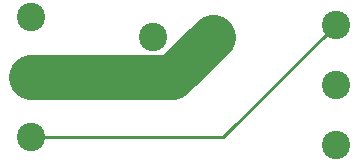
<source format=gbl>
G04 Layer: BottomLayer*
G04 EasyEDA v6.4.5, 2020-09-16T10:22:01--6:00*
G04 ded4796badf941d083ba3d0fd9e507c2,10*
G04 Gerber Generator version 0.2*
G04 Scale: 100 percent, Rotated: No, Reflected: No *
G04 Dimensions in inches *
G04 leading zeros omitted , absolute positions ,2 integer and 4 decimal *
%FSLAX24Y24*%
%MOIN*%
G90*
G70D02*

%ADD10C,0.010000*%
%ADD11C,0.150000*%
%ADD12C,0.094488*%

%LPD*%
G54D11*
G01X2150Y3700D02*
G01X6850Y3700D01*
G01X8200Y5050D01*
G54D10*
G01X12300Y5450D02*
G01X8550Y1700D01*
G01X2150Y1700D01*
G54D12*
G01X8200Y5050D03*
G01X6200Y5050D03*
G01X2150Y5700D03*
G01X2150Y3700D03*
G01X2150Y1700D03*
G01X12300Y1450D03*
G01X12300Y3450D03*
G01X12300Y5450D03*
M00*
M02*

</source>
